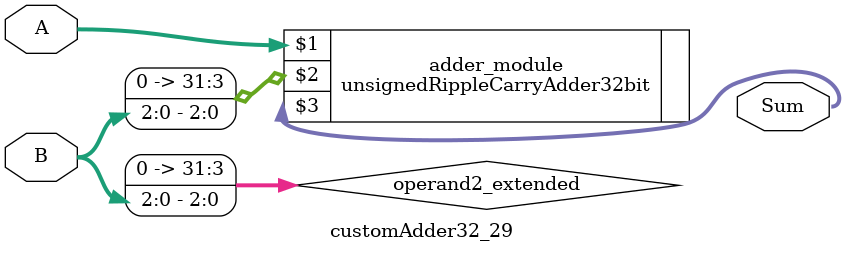
<source format=v>

module customAdder32_29(
                    input [31 : 0] A,
                    input [2 : 0] B,
                    
                    output [32 : 0] Sum
            );

    wire [31 : 0] operand2_extended;
    
    assign operand2_extended =  {29'b0, B};
    
    unsignedRippleCarryAdder32bit adder_module(
        A,
        operand2_extended,
        Sum
    );
    
endmodule
        
</source>
